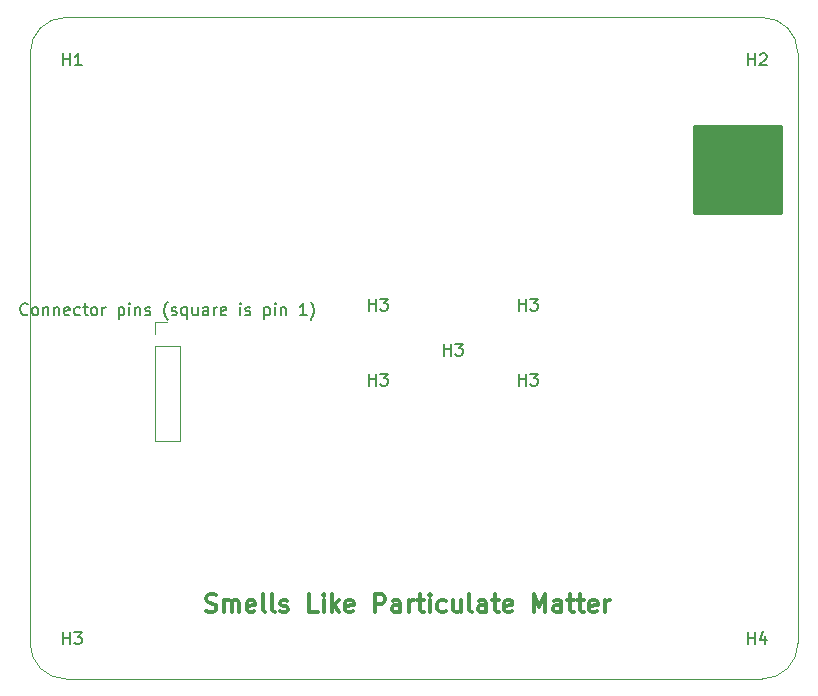
<source format=gbr>
G04 #@! TF.GenerationSoftware,KiCad,Pcbnew,(5.1.9)-1*
G04 #@! TF.CreationDate,2021-05-07T09:47:05-04:00*
G04 #@! TF.ProjectId,pigha,70696768-612e-46b6-9963-61645f706362,rev?*
G04 #@! TF.SameCoordinates,Original*
G04 #@! TF.FileFunction,Legend,Top*
G04 #@! TF.FilePolarity,Positive*
%FSLAX46Y46*%
G04 Gerber Fmt 4.6, Leading zero omitted, Abs format (unit mm)*
G04 Created by KiCad (PCBNEW (5.1.9)-1) date 2021-05-07 09:47:05*
%MOMM*%
%LPD*%
G01*
G04 APERTURE LIST*
%ADD10C,0.300000*%
G04 #@! TA.AperFunction,Profile*
%ADD11C,0.100000*%
G04 #@! TD*
%ADD12C,0.120000*%
%ADD13C,0.150000*%
%ADD14C,0.254000*%
%ADD15C,0.100000*%
G04 APERTURE END LIST*
D10*
X93454285Y-111097142D02*
X93668571Y-111168571D01*
X94025714Y-111168571D01*
X94168571Y-111097142D01*
X94239999Y-111025714D01*
X94311428Y-110882857D01*
X94311428Y-110740000D01*
X94239999Y-110597142D01*
X94168571Y-110525714D01*
X94025714Y-110454285D01*
X93739999Y-110382857D01*
X93597142Y-110311428D01*
X93525714Y-110240000D01*
X93454285Y-110097142D01*
X93454285Y-109954285D01*
X93525714Y-109811428D01*
X93597142Y-109740000D01*
X93739999Y-109668571D01*
X94097142Y-109668571D01*
X94311428Y-109740000D01*
X94954285Y-111168571D02*
X94954285Y-110168571D01*
X94954285Y-110311428D02*
X95025714Y-110240000D01*
X95168571Y-110168571D01*
X95382857Y-110168571D01*
X95525714Y-110240000D01*
X95597142Y-110382857D01*
X95597142Y-111168571D01*
X95597142Y-110382857D02*
X95668571Y-110240000D01*
X95811428Y-110168571D01*
X96025714Y-110168571D01*
X96168571Y-110240000D01*
X96239999Y-110382857D01*
X96239999Y-111168571D01*
X97525714Y-111097142D02*
X97382857Y-111168571D01*
X97097142Y-111168571D01*
X96954285Y-111097142D01*
X96882857Y-110954285D01*
X96882857Y-110382857D01*
X96954285Y-110240000D01*
X97097142Y-110168571D01*
X97382857Y-110168571D01*
X97525714Y-110240000D01*
X97597142Y-110382857D01*
X97597142Y-110525714D01*
X96882857Y-110668571D01*
X98454285Y-111168571D02*
X98311428Y-111097142D01*
X98239999Y-110954285D01*
X98239999Y-109668571D01*
X99239999Y-111168571D02*
X99097142Y-111097142D01*
X99025714Y-110954285D01*
X99025714Y-109668571D01*
X99739999Y-111097142D02*
X99882857Y-111168571D01*
X100168571Y-111168571D01*
X100311428Y-111097142D01*
X100382857Y-110954285D01*
X100382857Y-110882857D01*
X100311428Y-110740000D01*
X100168571Y-110668571D01*
X99954285Y-110668571D01*
X99811428Y-110597142D01*
X99739999Y-110454285D01*
X99739999Y-110382857D01*
X99811428Y-110240000D01*
X99954285Y-110168571D01*
X100168571Y-110168571D01*
X100311428Y-110240000D01*
X102882857Y-111168571D02*
X102168571Y-111168571D01*
X102168571Y-109668571D01*
X103382857Y-111168571D02*
X103382857Y-110168571D01*
X103382857Y-109668571D02*
X103311428Y-109740000D01*
X103382857Y-109811428D01*
X103454285Y-109740000D01*
X103382857Y-109668571D01*
X103382857Y-109811428D01*
X104097142Y-111168571D02*
X104097142Y-109668571D01*
X104239999Y-110597142D02*
X104668571Y-111168571D01*
X104668571Y-110168571D02*
X104097142Y-110740000D01*
X105882857Y-111097142D02*
X105739999Y-111168571D01*
X105454285Y-111168571D01*
X105311428Y-111097142D01*
X105239999Y-110954285D01*
X105239999Y-110382857D01*
X105311428Y-110240000D01*
X105454285Y-110168571D01*
X105739999Y-110168571D01*
X105882857Y-110240000D01*
X105954285Y-110382857D01*
X105954285Y-110525714D01*
X105239999Y-110668571D01*
X107739999Y-111168571D02*
X107739999Y-109668571D01*
X108311428Y-109668571D01*
X108454285Y-109740000D01*
X108525714Y-109811428D01*
X108597142Y-109954285D01*
X108597142Y-110168571D01*
X108525714Y-110311428D01*
X108454285Y-110382857D01*
X108311428Y-110454285D01*
X107739999Y-110454285D01*
X109882857Y-111168571D02*
X109882857Y-110382857D01*
X109811428Y-110240000D01*
X109668571Y-110168571D01*
X109382857Y-110168571D01*
X109239999Y-110240000D01*
X109882857Y-111097142D02*
X109739999Y-111168571D01*
X109382857Y-111168571D01*
X109239999Y-111097142D01*
X109168571Y-110954285D01*
X109168571Y-110811428D01*
X109239999Y-110668571D01*
X109382857Y-110597142D01*
X109739999Y-110597142D01*
X109882857Y-110525714D01*
X110597142Y-111168571D02*
X110597142Y-110168571D01*
X110597142Y-110454285D02*
X110668571Y-110311428D01*
X110739999Y-110240000D01*
X110882857Y-110168571D01*
X111025714Y-110168571D01*
X111311428Y-110168571D02*
X111882857Y-110168571D01*
X111525714Y-109668571D02*
X111525714Y-110954285D01*
X111597142Y-111097142D01*
X111739999Y-111168571D01*
X111882857Y-111168571D01*
X112382857Y-111168571D02*
X112382857Y-110168571D01*
X112382857Y-109668571D02*
X112311428Y-109740000D01*
X112382857Y-109811428D01*
X112454285Y-109740000D01*
X112382857Y-109668571D01*
X112382857Y-109811428D01*
X113739999Y-111097142D02*
X113597142Y-111168571D01*
X113311428Y-111168571D01*
X113168571Y-111097142D01*
X113097142Y-111025714D01*
X113025714Y-110882857D01*
X113025714Y-110454285D01*
X113097142Y-110311428D01*
X113168571Y-110240000D01*
X113311428Y-110168571D01*
X113597142Y-110168571D01*
X113739999Y-110240000D01*
X115025714Y-110168571D02*
X115025714Y-111168571D01*
X114382857Y-110168571D02*
X114382857Y-110954285D01*
X114454285Y-111097142D01*
X114597142Y-111168571D01*
X114811428Y-111168571D01*
X114954285Y-111097142D01*
X115025714Y-111025714D01*
X115954285Y-111168571D02*
X115811428Y-111097142D01*
X115740000Y-110954285D01*
X115740000Y-109668571D01*
X117168571Y-111168571D02*
X117168571Y-110382857D01*
X117097142Y-110240000D01*
X116954285Y-110168571D01*
X116668571Y-110168571D01*
X116525714Y-110240000D01*
X117168571Y-111097142D02*
X117025714Y-111168571D01*
X116668571Y-111168571D01*
X116525714Y-111097142D01*
X116454285Y-110954285D01*
X116454285Y-110811428D01*
X116525714Y-110668571D01*
X116668571Y-110597142D01*
X117025714Y-110597142D01*
X117168571Y-110525714D01*
X117668571Y-110168571D02*
X118240000Y-110168571D01*
X117882857Y-109668571D02*
X117882857Y-110954285D01*
X117954285Y-111097142D01*
X118097142Y-111168571D01*
X118240000Y-111168571D01*
X119311428Y-111097142D02*
X119168571Y-111168571D01*
X118882857Y-111168571D01*
X118740000Y-111097142D01*
X118668571Y-110954285D01*
X118668571Y-110382857D01*
X118740000Y-110240000D01*
X118882857Y-110168571D01*
X119168571Y-110168571D01*
X119311428Y-110240000D01*
X119382857Y-110382857D01*
X119382857Y-110525714D01*
X118668571Y-110668571D01*
X121168571Y-111168571D02*
X121168571Y-109668571D01*
X121668571Y-110740000D01*
X122168571Y-109668571D01*
X122168571Y-111168571D01*
X123525714Y-111168571D02*
X123525714Y-110382857D01*
X123454285Y-110240000D01*
X123311428Y-110168571D01*
X123025714Y-110168571D01*
X122882857Y-110240000D01*
X123525714Y-111097142D02*
X123382857Y-111168571D01*
X123025714Y-111168571D01*
X122882857Y-111097142D01*
X122811428Y-110954285D01*
X122811428Y-110811428D01*
X122882857Y-110668571D01*
X123025714Y-110597142D01*
X123382857Y-110597142D01*
X123525714Y-110525714D01*
X124025714Y-110168571D02*
X124597142Y-110168571D01*
X124240000Y-109668571D02*
X124240000Y-110954285D01*
X124311428Y-111097142D01*
X124454285Y-111168571D01*
X124597142Y-111168571D01*
X124882857Y-110168571D02*
X125454285Y-110168571D01*
X125097142Y-109668571D02*
X125097142Y-110954285D01*
X125168571Y-111097142D01*
X125311428Y-111168571D01*
X125454285Y-111168571D01*
X126525714Y-111097142D02*
X126382857Y-111168571D01*
X126097142Y-111168571D01*
X125954285Y-111097142D01*
X125882857Y-110954285D01*
X125882857Y-110382857D01*
X125954285Y-110240000D01*
X126097142Y-110168571D01*
X126382857Y-110168571D01*
X126525714Y-110240000D01*
X126597142Y-110382857D01*
X126597142Y-110525714D01*
X125882857Y-110668571D01*
X127240000Y-111168571D02*
X127240000Y-110168571D01*
X127240000Y-110454285D02*
X127311428Y-110311428D01*
X127382857Y-110240000D01*
X127525714Y-110168571D01*
X127668571Y-110168571D01*
D11*
X143546351Y-113822847D02*
X143546356Y-63817611D01*
X78546356Y-63817611D02*
X78546356Y-113817611D01*
X78546356Y-63817611D02*
G75*
G02*
X81546356Y-60817611I3000000J0D01*
G01*
X140546356Y-60817611D02*
X81546356Y-60817611D01*
X140546356Y-60817611D02*
G75*
G02*
X143546356Y-63817611I0J-3000000D01*
G01*
X143546351Y-113822847D02*
X143546351Y-113822847D01*
X81546356Y-116817611D02*
G75*
G02*
X78546356Y-113817611I0J3000000D01*
G01*
X81546356Y-116817611D02*
X140546356Y-116817611D01*
X143546351Y-113822847D02*
G75*
G02*
X140546356Y-116817611I-2999995J5236D01*
G01*
D12*
X89110000Y-96690000D02*
X91230000Y-96690000D01*
X89110000Y-88630000D02*
X89110000Y-96690000D01*
X91230000Y-88630000D02*
X91230000Y-96690000D01*
X89110000Y-88630000D02*
X91230000Y-88630000D01*
X89110000Y-87630000D02*
X89110000Y-86570000D01*
X89110000Y-86570000D02*
X90170000Y-86570000D01*
D13*
X107248095Y-91982380D02*
X107248095Y-90982380D01*
X107248095Y-91458571D02*
X107819523Y-91458571D01*
X107819523Y-91982380D02*
X107819523Y-90982380D01*
X108200476Y-90982380D02*
X108819523Y-90982380D01*
X108486190Y-91363333D01*
X108629047Y-91363333D01*
X108724285Y-91410952D01*
X108771904Y-91458571D01*
X108819523Y-91553809D01*
X108819523Y-91791904D01*
X108771904Y-91887142D01*
X108724285Y-91934761D01*
X108629047Y-91982380D01*
X108343333Y-91982380D01*
X108248095Y-91934761D01*
X108200476Y-91887142D01*
X107248095Y-85632380D02*
X107248095Y-84632380D01*
X107248095Y-85108571D02*
X107819523Y-85108571D01*
X107819523Y-85632380D02*
X107819523Y-84632380D01*
X108200476Y-84632380D02*
X108819523Y-84632380D01*
X108486190Y-85013333D01*
X108629047Y-85013333D01*
X108724285Y-85060952D01*
X108771904Y-85108571D01*
X108819523Y-85203809D01*
X108819523Y-85441904D01*
X108771904Y-85537142D01*
X108724285Y-85584761D01*
X108629047Y-85632380D01*
X108343333Y-85632380D01*
X108248095Y-85584761D01*
X108200476Y-85537142D01*
X119948095Y-91982380D02*
X119948095Y-90982380D01*
X119948095Y-91458571D02*
X120519523Y-91458571D01*
X120519523Y-91982380D02*
X120519523Y-90982380D01*
X120900476Y-90982380D02*
X121519523Y-90982380D01*
X121186190Y-91363333D01*
X121329047Y-91363333D01*
X121424285Y-91410952D01*
X121471904Y-91458571D01*
X121519523Y-91553809D01*
X121519523Y-91791904D01*
X121471904Y-91887142D01*
X121424285Y-91934761D01*
X121329047Y-91982380D01*
X121043333Y-91982380D01*
X120948095Y-91934761D01*
X120900476Y-91887142D01*
X119948095Y-85632380D02*
X119948095Y-84632380D01*
X119948095Y-85108571D02*
X120519523Y-85108571D01*
X120519523Y-85632380D02*
X120519523Y-84632380D01*
X120900476Y-84632380D02*
X121519523Y-84632380D01*
X121186190Y-85013333D01*
X121329047Y-85013333D01*
X121424285Y-85060952D01*
X121471904Y-85108571D01*
X121519523Y-85203809D01*
X121519523Y-85441904D01*
X121471904Y-85537142D01*
X121424285Y-85584761D01*
X121329047Y-85632380D01*
X121043333Y-85632380D01*
X120948095Y-85584761D01*
X120900476Y-85537142D01*
X78336666Y-85927142D02*
X78289047Y-85974761D01*
X78146190Y-86022380D01*
X78050952Y-86022380D01*
X77908095Y-85974761D01*
X77812857Y-85879523D01*
X77765238Y-85784285D01*
X77717619Y-85593809D01*
X77717619Y-85450952D01*
X77765238Y-85260476D01*
X77812857Y-85165238D01*
X77908095Y-85070000D01*
X78050952Y-85022380D01*
X78146190Y-85022380D01*
X78289047Y-85070000D01*
X78336666Y-85117619D01*
X78908095Y-86022380D02*
X78812857Y-85974761D01*
X78765238Y-85927142D01*
X78717619Y-85831904D01*
X78717619Y-85546190D01*
X78765238Y-85450952D01*
X78812857Y-85403333D01*
X78908095Y-85355714D01*
X79050952Y-85355714D01*
X79146190Y-85403333D01*
X79193809Y-85450952D01*
X79241428Y-85546190D01*
X79241428Y-85831904D01*
X79193809Y-85927142D01*
X79146190Y-85974761D01*
X79050952Y-86022380D01*
X78908095Y-86022380D01*
X79670000Y-85355714D02*
X79670000Y-86022380D01*
X79670000Y-85450952D02*
X79717619Y-85403333D01*
X79812857Y-85355714D01*
X79955714Y-85355714D01*
X80050952Y-85403333D01*
X80098571Y-85498571D01*
X80098571Y-86022380D01*
X80574761Y-85355714D02*
X80574761Y-86022380D01*
X80574761Y-85450952D02*
X80622380Y-85403333D01*
X80717619Y-85355714D01*
X80860476Y-85355714D01*
X80955714Y-85403333D01*
X81003333Y-85498571D01*
X81003333Y-86022380D01*
X81860476Y-85974761D02*
X81765238Y-86022380D01*
X81574761Y-86022380D01*
X81479523Y-85974761D01*
X81431904Y-85879523D01*
X81431904Y-85498571D01*
X81479523Y-85403333D01*
X81574761Y-85355714D01*
X81765238Y-85355714D01*
X81860476Y-85403333D01*
X81908095Y-85498571D01*
X81908095Y-85593809D01*
X81431904Y-85689047D01*
X82765238Y-85974761D02*
X82670000Y-86022380D01*
X82479523Y-86022380D01*
X82384285Y-85974761D01*
X82336666Y-85927142D01*
X82289047Y-85831904D01*
X82289047Y-85546190D01*
X82336666Y-85450952D01*
X82384285Y-85403333D01*
X82479523Y-85355714D01*
X82670000Y-85355714D01*
X82765238Y-85403333D01*
X83050952Y-85355714D02*
X83431904Y-85355714D01*
X83193809Y-85022380D02*
X83193809Y-85879523D01*
X83241428Y-85974761D01*
X83336666Y-86022380D01*
X83431904Y-86022380D01*
X83908095Y-86022380D02*
X83812857Y-85974761D01*
X83765238Y-85927142D01*
X83717619Y-85831904D01*
X83717619Y-85546190D01*
X83765238Y-85450952D01*
X83812857Y-85403333D01*
X83908095Y-85355714D01*
X84050952Y-85355714D01*
X84146190Y-85403333D01*
X84193809Y-85450952D01*
X84241428Y-85546190D01*
X84241428Y-85831904D01*
X84193809Y-85927142D01*
X84146190Y-85974761D01*
X84050952Y-86022380D01*
X83908095Y-86022380D01*
X84670000Y-86022380D02*
X84670000Y-85355714D01*
X84670000Y-85546190D02*
X84717619Y-85450952D01*
X84765238Y-85403333D01*
X84860476Y-85355714D01*
X84955714Y-85355714D01*
X86050952Y-85355714D02*
X86050952Y-86355714D01*
X86050952Y-85403333D02*
X86146190Y-85355714D01*
X86336666Y-85355714D01*
X86431904Y-85403333D01*
X86479523Y-85450952D01*
X86527142Y-85546190D01*
X86527142Y-85831904D01*
X86479523Y-85927142D01*
X86431904Y-85974761D01*
X86336666Y-86022380D01*
X86146190Y-86022380D01*
X86050952Y-85974761D01*
X86955714Y-86022380D02*
X86955714Y-85355714D01*
X86955714Y-85022380D02*
X86908095Y-85070000D01*
X86955714Y-85117619D01*
X87003333Y-85070000D01*
X86955714Y-85022380D01*
X86955714Y-85117619D01*
X87431904Y-85355714D02*
X87431904Y-86022380D01*
X87431904Y-85450952D02*
X87479523Y-85403333D01*
X87574761Y-85355714D01*
X87717619Y-85355714D01*
X87812857Y-85403333D01*
X87860476Y-85498571D01*
X87860476Y-86022380D01*
X88289047Y-85974761D02*
X88384285Y-86022380D01*
X88574761Y-86022380D01*
X88670000Y-85974761D01*
X88717619Y-85879523D01*
X88717619Y-85831904D01*
X88670000Y-85736666D01*
X88574761Y-85689047D01*
X88431904Y-85689047D01*
X88336666Y-85641428D01*
X88289047Y-85546190D01*
X88289047Y-85498571D01*
X88336666Y-85403333D01*
X88431904Y-85355714D01*
X88574761Y-85355714D01*
X88670000Y-85403333D01*
X90193809Y-86403333D02*
X90146190Y-86355714D01*
X90050952Y-86212857D01*
X90003333Y-86117619D01*
X89955714Y-85974761D01*
X89908095Y-85736666D01*
X89908095Y-85546190D01*
X89955714Y-85308095D01*
X90003333Y-85165238D01*
X90050952Y-85070000D01*
X90146190Y-84927142D01*
X90193809Y-84879523D01*
X90527142Y-85974761D02*
X90622380Y-86022380D01*
X90812857Y-86022380D01*
X90908095Y-85974761D01*
X90955714Y-85879523D01*
X90955714Y-85831904D01*
X90908095Y-85736666D01*
X90812857Y-85689047D01*
X90670000Y-85689047D01*
X90574761Y-85641428D01*
X90527142Y-85546190D01*
X90527142Y-85498571D01*
X90574761Y-85403333D01*
X90670000Y-85355714D01*
X90812857Y-85355714D01*
X90908095Y-85403333D01*
X91812857Y-85355714D02*
X91812857Y-86355714D01*
X91812857Y-85974761D02*
X91717619Y-86022380D01*
X91527142Y-86022380D01*
X91431904Y-85974761D01*
X91384285Y-85927142D01*
X91336666Y-85831904D01*
X91336666Y-85546190D01*
X91384285Y-85450952D01*
X91431904Y-85403333D01*
X91527142Y-85355714D01*
X91717619Y-85355714D01*
X91812857Y-85403333D01*
X92717619Y-85355714D02*
X92717619Y-86022380D01*
X92289047Y-85355714D02*
X92289047Y-85879523D01*
X92336666Y-85974761D01*
X92431904Y-86022380D01*
X92574761Y-86022380D01*
X92670000Y-85974761D01*
X92717619Y-85927142D01*
X93622380Y-86022380D02*
X93622380Y-85498571D01*
X93574761Y-85403333D01*
X93479523Y-85355714D01*
X93289047Y-85355714D01*
X93193809Y-85403333D01*
X93622380Y-85974761D02*
X93527142Y-86022380D01*
X93289047Y-86022380D01*
X93193809Y-85974761D01*
X93146190Y-85879523D01*
X93146190Y-85784285D01*
X93193809Y-85689047D01*
X93289047Y-85641428D01*
X93527142Y-85641428D01*
X93622380Y-85593809D01*
X94098571Y-86022380D02*
X94098571Y-85355714D01*
X94098571Y-85546190D02*
X94146190Y-85450952D01*
X94193809Y-85403333D01*
X94289047Y-85355714D01*
X94384285Y-85355714D01*
X95098571Y-85974761D02*
X95003333Y-86022380D01*
X94812857Y-86022380D01*
X94717619Y-85974761D01*
X94670000Y-85879523D01*
X94670000Y-85498571D01*
X94717619Y-85403333D01*
X94812857Y-85355714D01*
X95003333Y-85355714D01*
X95098571Y-85403333D01*
X95146190Y-85498571D01*
X95146190Y-85593809D01*
X94670000Y-85689047D01*
X96336666Y-86022380D02*
X96336666Y-85355714D01*
X96336666Y-85022380D02*
X96289047Y-85070000D01*
X96336666Y-85117619D01*
X96384285Y-85070000D01*
X96336666Y-85022380D01*
X96336666Y-85117619D01*
X96765238Y-85974761D02*
X96860476Y-86022380D01*
X97050952Y-86022380D01*
X97146190Y-85974761D01*
X97193809Y-85879523D01*
X97193809Y-85831904D01*
X97146190Y-85736666D01*
X97050952Y-85689047D01*
X96908095Y-85689047D01*
X96812857Y-85641428D01*
X96765238Y-85546190D01*
X96765238Y-85498571D01*
X96812857Y-85403333D01*
X96908095Y-85355714D01*
X97050952Y-85355714D01*
X97146190Y-85403333D01*
X98384285Y-85355714D02*
X98384285Y-86355714D01*
X98384285Y-85403333D02*
X98479523Y-85355714D01*
X98670000Y-85355714D01*
X98765238Y-85403333D01*
X98812857Y-85450952D01*
X98860476Y-85546190D01*
X98860476Y-85831904D01*
X98812857Y-85927142D01*
X98765238Y-85974761D01*
X98670000Y-86022380D01*
X98479523Y-86022380D01*
X98384285Y-85974761D01*
X99289047Y-86022380D02*
X99289047Y-85355714D01*
X99289047Y-85022380D02*
X99241428Y-85070000D01*
X99289047Y-85117619D01*
X99336666Y-85070000D01*
X99289047Y-85022380D01*
X99289047Y-85117619D01*
X99765238Y-85355714D02*
X99765238Y-86022380D01*
X99765238Y-85450952D02*
X99812857Y-85403333D01*
X99908095Y-85355714D01*
X100050952Y-85355714D01*
X100146190Y-85403333D01*
X100193809Y-85498571D01*
X100193809Y-86022380D01*
X101955714Y-86022380D02*
X101384285Y-86022380D01*
X101670000Y-86022380D02*
X101670000Y-85022380D01*
X101574761Y-85165238D01*
X101479523Y-85260476D01*
X101384285Y-85308095D01*
X102289047Y-86403333D02*
X102336666Y-86355714D01*
X102431904Y-86212857D01*
X102479523Y-86117619D01*
X102527142Y-85974761D01*
X102574761Y-85736666D01*
X102574761Y-85546190D01*
X102527142Y-85308095D01*
X102479523Y-85165238D01*
X102431904Y-85070000D01*
X102336666Y-84927142D01*
X102289047Y-84879523D01*
X113598095Y-89442380D02*
X113598095Y-88442380D01*
X113598095Y-88918571D02*
X114169523Y-88918571D01*
X114169523Y-89442380D02*
X114169523Y-88442380D01*
X114550476Y-88442380D02*
X115169523Y-88442380D01*
X114836190Y-88823333D01*
X114979047Y-88823333D01*
X115074285Y-88870952D01*
X115121904Y-88918571D01*
X115169523Y-89013809D01*
X115169523Y-89251904D01*
X115121904Y-89347142D01*
X115074285Y-89394761D01*
X114979047Y-89442380D01*
X114693333Y-89442380D01*
X114598095Y-89394761D01*
X114550476Y-89347142D01*
X81338095Y-64852380D02*
X81338095Y-63852380D01*
X81338095Y-64328571D02*
X81909523Y-64328571D01*
X81909523Y-64852380D02*
X81909523Y-63852380D01*
X82909523Y-64852380D02*
X82338095Y-64852380D01*
X82623809Y-64852380D02*
X82623809Y-63852380D01*
X82528571Y-63995238D01*
X82433333Y-64090476D01*
X82338095Y-64138095D01*
X139338095Y-64872380D02*
X139338095Y-63872380D01*
X139338095Y-64348571D02*
X139909523Y-64348571D01*
X139909523Y-64872380D02*
X139909523Y-63872380D01*
X140338095Y-63967619D02*
X140385714Y-63920000D01*
X140480952Y-63872380D01*
X140719047Y-63872380D01*
X140814285Y-63920000D01*
X140861904Y-63967619D01*
X140909523Y-64062857D01*
X140909523Y-64158095D01*
X140861904Y-64300952D01*
X140290476Y-64872380D01*
X140909523Y-64872380D01*
X81338095Y-113862380D02*
X81338095Y-112862380D01*
X81338095Y-113338571D02*
X81909523Y-113338571D01*
X81909523Y-113862380D02*
X81909523Y-112862380D01*
X82290476Y-112862380D02*
X82909523Y-112862380D01*
X82576190Y-113243333D01*
X82719047Y-113243333D01*
X82814285Y-113290952D01*
X82861904Y-113338571D01*
X82909523Y-113433809D01*
X82909523Y-113671904D01*
X82861904Y-113767142D01*
X82814285Y-113814761D01*
X82719047Y-113862380D01*
X82433333Y-113862380D01*
X82338095Y-113814761D01*
X82290476Y-113767142D01*
X139328095Y-113852380D02*
X139328095Y-112852380D01*
X139328095Y-113328571D02*
X139899523Y-113328571D01*
X139899523Y-113852380D02*
X139899523Y-112852380D01*
X140804285Y-113185714D02*
X140804285Y-113852380D01*
X140566190Y-112804761D02*
X140328095Y-113519047D01*
X140947142Y-113519047D01*
D14*
X142113000Y-77343000D02*
X134747000Y-77343000D01*
X134747000Y-69977000D01*
X142113000Y-69977000D01*
X142113000Y-77343000D01*
D15*
G36*
X142113000Y-77343000D02*
G01*
X134747000Y-77343000D01*
X134747000Y-69977000D01*
X142113000Y-69977000D01*
X142113000Y-77343000D01*
G37*
M02*

</source>
